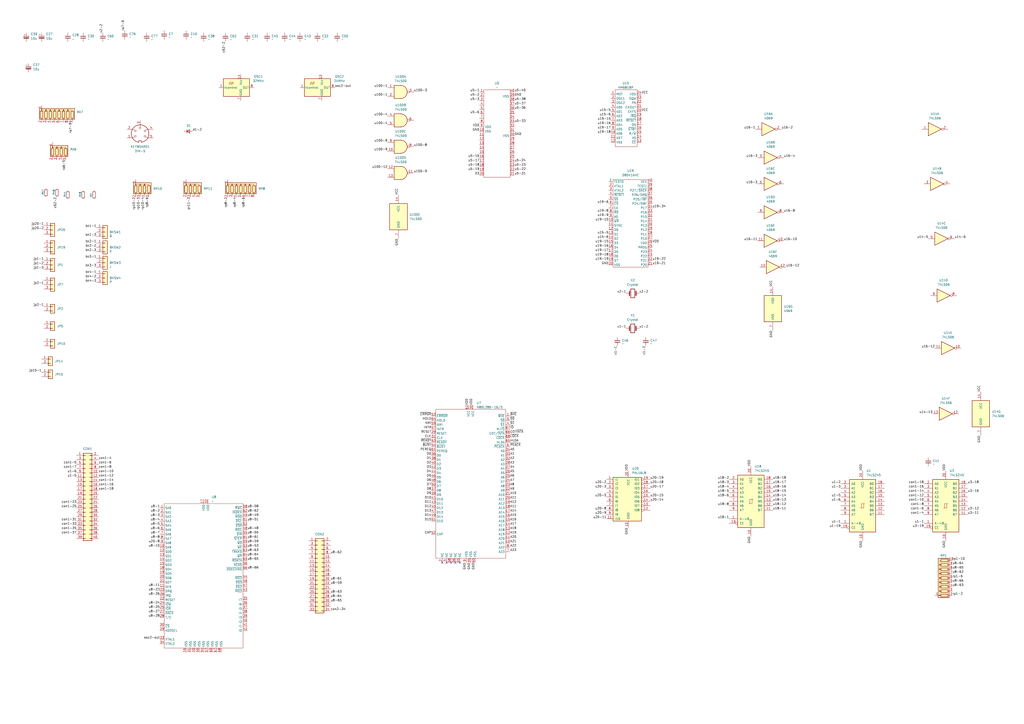
<source format=kicad_sch>
(kicad_sch (version 20250114) (generator "eeschema") (generator_version "9.0")
  (paper "A2")
  (no_connect (at 264.16 326.39))
  (no_connect (at 259.08 326.39))
  (no_connect (at 261.62 326.39))
  (no_connect (at 266.7 326.39))
  (no_connect (at 256.54 326.39))
  (label "con1-16" (at 57.15 281.94 0))
  (label "u8-4" (at 92.71 302.26 180))
  (label "u5-19" (at 278.13 99.06 180))
  (label "VDD" (at 378.46 140.97 0))
  (label "u5-18" (at 278.13 96.52 180))
  (label "u8-66" (at 552.45 337.82 0))
  (label "D14" (at 250.19 299.72 180))
  (label "u3-18" (at 561.34 280.67 0))
  (label "A17" (at 295.91 304.8 0))
  (label "u19-19" (at 353.06 151.13 180))
  (label "GND" (at 500.38 313.69 270))
  (label "bk3-3" (at 55.88 154.94 180))
  (label "u8-61" (at 143.51 312.42 0))
  (label "rp10-4" (at 83.82 114.3 270))
  (label "u5-22" (at 298.45 99.06 0))
  (label "A11" (at 295.91 294.64 0))
  (label "u16-12" (at 542.29 201.93 180))
  (label "u1-6" (at 44.45 274.32 180))
  (label "A21" (at 295.91 314.96 0))
  (label "A7" (at 295.91 279.4 0))
  (label "u19-10" (at 353.06 128.27 180))
  (label "x1-2" (at 374.65 200.66 270))
  (label "bk2-3" (at 55.88 146.05 180))
  (label "con1-4" (at 57.15 266.7 0))
  (label "u5-36" (at 298.45 63.5 0))
  (label "u16-11" (at 439.42 139.7 180))
  (label "u5-2" (at 278.13 55.88 180))
  (label "jp20-1" (at 25.4 130.81 180))
  (label "u8-26" (at 92.71 345.44 180))
  (label "PEREQ" (at 250.19 261.62 180))
  (label "u5-23" (at 298.45 96.52 0))
  (label "rp1-6" (at 552.45 335.28 0))
  (label "D11" (at 250.19 292.1 180))
  (label "A19" (at 295.91 309.88 0))
  (label "u19-8" (at 353.06 123.19 180))
  (label "u8-8" (at 92.71 312.42 180))
  (label "u8-5" (at 92.71 304.8 180))
  (label "rp10-3" (at 81.28 114.3 270))
  (label "u8-64" (at 143.51 322.58 0))
  (label "VDD" (at 548.64 273.05 90))
  (label "u8-51" (at 143.51 302.26 0))
  (label "A12" (at 295.91 292.1 0))
  (label "u16-3" (at 439.42 106.68 180))
  (label "u15-6" (at 354.33 67.31 180))
  (label "pr11-3" (at 110.49 114.3 270))
  (label "rp8-2" (at 132.08 114.3 270))
  (label "u8-62" (at 143.51 297.18 0))
  (label "GND" (at 231.14 138.43 270))
  (label "D4" (at 250.19 274.32 180))
  (label "u8-48" (at 143.51 307.34 0))
  (label "osc2-out" (at 194.31 50.8 0))
  (label "u18-8" (at 422.91 293.37 180))
  (label "u8-63" (at 143.51 320.04 0))
  (label "con1-18" (at 535.94 280.67 180))
  (label "GND" (at 278.13 76.2 180))
  (label "u18-2" (at 422.91 278.13 180))
  (label "con1-8" (at 57.15 271.78 0))
  (label "con2-34" (at 191.77 354.33 0))
  (label "bk2-1" (at 55.88 140.97 180))
  (label "u19-22" (at 378.46 151.13 0))
  (label "D2" (at 250.19 269.24 180))
  (label "con1-37" (at 44.45 309.88 180))
  (label "A15" (at 295.91 299.72 0))
  (label "A22" (at 295.91 317.5 0))
  (label "A5" (at 295.91 274.32 0))
  (label "GND" (at 364.49 306.07 270))
  (label "u3-12" (at 561.34 295.91 0))
  (label "u3-19" (at 535.94 306.07 180))
  (label "jp20-2" (at 25.4 133.35 180))
  (label "u14-5" (at 538.48 138.43 180))
  (label "jp1-1" (at 25.4 151.13 180))
  (label "u16-1" (at 438.15 74.93 180))
  (label "u8-25" (at 92.71 353.06 180))
  (label "u1-5" (at 487.68 288.29 180))
  (label "u100-3" (at 240.03 53.34 0))
  (label "u1-1" (at 535.94 303.53 180))
  (label "con1-12" (at 57.15 276.86 0))
  (label "con1-25" (at 44.45 294.64 180))
  (label "bk2-2" (at 55.88 143.51 180))
  (label "u14-6" (at 553.72 138.43 0))
  (label "u8-27" (at 92.71 355.6 180))
  (label "u18-1" (at 422.91 300.99 180))
  (label "bk3-1" (at 55.88 149.86 180))
  (label "u14-13" (at 541.02 240.03 180))
  (label "u20-8" (at 92.71 314.96 180))
  (label "u8-64" (at 552.45 327.66 0))
  (label "u100-9" (at 224.79 82.55 180))
  (label "ra7-9" (at 41.91 71.12 270))
  (label "con1-14" (at 57.15 279.4 0))
  (label "con1-18" (at 57.15 284.48 0))
  (label "u8-7" (at 92.71 309.88 180))
  (label "u19-15" (at 354.33 69.85 180))
  (label "u16-10" (at 454.66 139.7 0))
  (label "u3-16" (at 561.34 285.75 0))
  (label "u19-15" (at 353.06 140.97 180))
  (label "u18-16" (at 448.31 283.21 0))
  (label "A14" (at 295.91 297.18 0))
  (label "con1-4" (at 535.94 298.45 180))
  (label "u18-5" (at 422.91 285.75 180))
  (label "u18-6" (at 422.91 288.29 180))
  (label "~{BHE}" (at 295.91 241.3 0))
  (label "INTR" (at 250.19 248.92 180))
  (label "D13" (at 250.19 297.18 180))
  (label "VCC" (at 372.11 54.61 0))
  (label "u18-4" (at 422.91 283.21 180))
  (label "GND" (at 273.05 326.39 270))
  (label "u1-5" (at 44.45 276.86 180))
  (label "VDD" (at 274.32 234.95 90))
  (label "u8-63" (at 191.77 344.17 0))
  (label "D9" (at 250.19 287.02 180))
  (label "u100-4" (at 224.79 72.39 180))
  (label "GND" (at 448.31 191.77 270))
  (label "~{PEACK}" (at 295.91 259.08 0))
  (label "GND" (at 298.45 55.88 0))
  (label "u8-65" (at 552.45 330.2 0))
  (label "A1" (at 295.91 264.16 0))
  (label "con1-12" (at 535.94 288.29 180))
  (label "x2-1" (at 363.22 170.18 180))
  (label "u20-5" (at 351.79 288.29 180))
  (label "A3" (at 295.91 269.24 0))
  (label "u16-12" (at 455.93 154.94 0))
  (label "u19-9" (at 353.06 125.73 180))
  (label "D3" (at 250.19 271.78 180))
  (label "A9" (at 295.91 284.48 0))
  (label "u8-6" (at 92.71 307.34 180))
  (label "u19-16" (at 354.33 72.39 180))
  (label "VDD" (at 271.78 234.95 90))
  (label "u5-21" (at 298.45 101.6 0))
  (label "u18-12" (at 448.31 293.37 0))
  (label "~{READY}" (at 250.19 256.54 180))
  (label "VCC" (at 231.14 113.03 90))
  (label "u16-2" (at 453.39 74.93 0))
  (label "u8-1" (at 92.71 294.64 180))
  (label "con1-33" (at 44.45 304.8 180))
  (label "jp2-1" (at 25.4 165.1 180))
  (label "u19-18" (at 354.33 77.47 180))
  (label "D7" (at 250.19 281.94 180))
  (label "x2-2" (at 59.69 19.05 90))
  (label "u20-2" (at 351.79 280.67 180))
  (label "u100-12" (at 224.79 97.79 180))
  (label "bk1-3" (at 55.88 137.16 180))
  (label "u8-59" (at 191.77 339.09 0))
  (label "u20-17" (at 377.19 283.21 0))
  (label "c62-2" (at 130.81 24.13 270))
  (label "u100-8" (at 240.03 85.09 0))
  (label "u8-53" (at 143.51 317.5 0))
  (label "x2-2" (at 370.84 170.18 0))
  (label "VCC" (at 372.11 64.77 0))
  (label "con1-10" (at 57.15 274.32 0))
  (label "VDD" (at 278.13 73.66 180))
  (label "GND" (at 270.51 326.39 270))
  (label "u18-13" (at 448.31 290.83 0))
  (label "D1" (at 250.19 266.7 180))
  (label "u18-15" (at 448.31 285.75 0))
  (label "rp1-10" (at 552.45 325.12 0))
  (label "jp1-3" (at 25.4 156.21 180))
  (label "bk4-2" (at 55.88 161.29 180))
  (label "A0" (at 295.91 261.62 0))
  (label "u8-2" (at 92.71 297.18 180))
  (label "ra7-9" (at 72.39 17.78 90))
  (label "u1-2" (at 487.68 280.67 180))
  (label "jp1-2" (at 25.4 153.67 180))
  (label "u18-14" (at 448.31 288.29 0))
  (label "~{LOCK}" (at 295.91 254 0))
  (label "A2" (at 295.91 266.7 0))
  (label "VDD" (at 435.61 270.51 90))
  (label "bk1-1" (at 55.88 132.08 180))
  (label "u20-9" (at 351.79 298.45 180))
  (label "VCC" (at 448.31 166.37 90))
  (label "u16-3" (at 439.42 91.44 180))
  (label "u20-19" (at 377.19 278.13 0))
  (label "GND" (at 435.61 311.15 270))
  (label "~{IO}" (at 295.91 248.92 0))
  (label "u8-62" (at 552.45 332.74 0))
  (label "u8-3" (at 92.71 299.72 180))
  (label "NMI" (at 250.19 246.38 180))
  (label "bk4-1" (at 55.88 158.75 180))
  (label "A8" (at 295.91 281.94 0))
  (label "u5-6" (at 278.13 66.04 180))
  (label "u8-49" (at 143.51 299.72 0))
  (label "u5-33" (at 298.45 71.12 0))
  (label "GND" (at 275.59 326.39 270))
  (label "u100-1" (at 224.79 55.88 180))
  (label "~{ERROR}" (at 250.19 241.3 180))
  (label "CAP" (at 250.19 309.88 180))
  (label "con1-31" (at 44.45 302.26 180))
  (label "x1-1" (at 358.14 200.66 270))
  (label "GND" (at 298.45 78.74 0))
  (label "jp2-1" (at 25.4 177.8 180))
  (label "u8-58" (at 143.51 294.64 0))
  (label "VDD" (at 500.38 273.05 90))
  (label "u8-61" (at 191.77 336.55 0))
  (label "rp8-6" (at 86.36 114.3 270))
  (label "u20-3" (at 351.79 283.21 180))
  (label "u1-3" (at 487.68 283.21 180))
  (label "u19-18" (at 353.06 148.59 180))
  (label "~{S0}" (at 295.91 243.84 0))
  (label "u8-11" (at 92.71 340.36 180))
  (label "u5-38" (at 298.45 58.42 0))
  (label "con1-8" (at 535.94 293.37 180))
  (label "A6" (at 295.91 276.86 0))
  (label "D0" (at 250.19 264.16 180))
  (label "u1-6" (at 487.68 290.83 180))
  (label "u5-16" (at 278.13 91.44 180))
  (label "A23" (at 295.91 320.04 0))
  (label "u19-16" (at 353.06 143.51 180))
  (label "u19-34" (at 378.46 120.65 0))
  (label "osc2-out" (at 92.71 370.84 180))
  (label "u3-11" (at 561.34 298.45 0))
  (label "GND" (at 353.06 153.67 180))
  (label "con1-5" (at 44.45 269.24 180))
  (label "u8-10" (at 92.71 317.5 180))
  (label "D3" (at 278.13 101.6 180))
  (label "u20-15" (at 377.19 288.29 0))
  (label "u8-28" (at 92.71 358.14 180))
  (label "u19-6" (at 353.06 118.11 180))
  (label "u8-24" (at 92.71 350.52 180))
  (label "A11" (at 295.91 289.56 0))
  (label "u8-65" (at 191.77 349.25 0))
  (label "u100-9" (at 224.79 87.63 180))
  (label "u5-37" (at 298.45 60.96 0))
  (label "c62-2" (at 33.02 114.3 270))
  (label "u5-24" (at 298.45 93.98 0))
  (label "u8-62" (at 191.77 321.31 0))
  (label "u15-5" (at 354.33 64.77 180))
  (label "u8-64" (at 191.77 346.71 0))
  (label "u20-11" (at 351.79 300.99 180))
  (label "VCC" (at 568.96 227.33 90))
  (label "u1-19" (at 487.68 306.07 180))
  (label "D15" (at 250.19 302.26 180))
  (label "con1-10" (at 535.94 290.83 180))
  (label "u1-1" (at 487.68 303.53 180))
  (label "A16" (at 295.91 302.26 0))
  (label "u100-4" (at 224.79 67.31 180))
  (label "u100-1" (at 224.79 50.8 180))
  (label "rp1-2" (at 552.45 345.44 0))
  (label "u18-11" (at 448.31 295.91 0))
  (label "D6" (at 250.19 279.4 180))
  (label "u16-8" (at 454.66 123.19 0))
  (label "u5-3" (at 278.13 58.42 180))
  (label "u15-5" (at 353.06 135.89 180))
  (label "u8-23" (at 92.71 342.9 180))
  (label "~{BUSY}" (at 250.19 259.08 180))
  (label "u5-17" (at 278.13 93.98 180))
  (label "u8-65" (at 143.51 325.12 0))
  (label "con1-14" (at 535.94 285.75 180))
  (label "x1-1" (at 363.22 190.5 180))
  (label "COT~{INTA}" (at 295.91 251.46 0))
  (label "u20-18" (at 377.19 280.67 0))
  (label "D10" (at 250.19 289.56 180))
  (label "rp8-4" (at 137.16 114.3 270))
  (label "~{S1}" (at 295.91 246.38 0))
  (label "A20" (at 295.91 312.42 0))
  (label "ra6-5" (at 38.1 92.71 270))
  (label "con1-35" (at 44.45 307.34 180))
  (label "HLDA" (at 295.91 256.54 0))
  (label "u8-59" (at 143.51 314.96 0))
  (label "u18-3" (at 422.91 280.67 180))
  (label "u8-55" (at 143.51 309.88 0))
  (label "con1-7" (at 44.45 271.78 180))
  (label "rp8-6" (at 142.24 114.3 270))
  (label "u5-40" (at 298.45 53.34 0))
  (label "con1-6" (at 57.15 269.24 0))
  (label "D8" (at 250.19 284.48 180))
  (label "VDD" (at 364.49 273.05 90))
  (label "u18-17" (at 448.31 280.67 0))
  (label "rp10-2" (at 78.74 114.3 270))
  (label "u16-4" (at 454.66 91.44 0))
  (label "con1-6" (at 535.94 295.91 180))
  (label "u20-14" (at 377.19 290.83 0))
  (label "A18" (at 295.91 307.34 0))
  (label "con1-16" (at 535.94 283.21 180))
  (label "jp15-1" (at 24.13 215.9 180))
  (label "u18-18" (at 448.31 278.13 0))
  (label "RESET" (at 250.19 251.46 180))
  (label "u8-66" (at 143.51 330.2 0))
  (label "u8-63" (at 552.45 340.36 0))
  (label "GND" (at 568.96 252.73 270))
  (label "D5" (at 250.19 276.86 180))
  (label "u15-6" (at 353.06 138.43 180))
  (label "d1-2" (at 111.76 76.2 0))
  (label "GND" (at 548.64 313.69 270))
  (label "bk4-3" (at 55.88 163.83 180))
  (label "D12" (at 250.19 294.64 180))
  (label "CLK" (at 250.19 254 180))
  (label "x1-2" (at 370.84 190.5 0))
  (label "u5-1" (at 278.13 53.34 180))
  (label "u100-9" (at 240.03 100.33 0))
  (label "u19-21" (at 378.46 153.67 0))
  (label "A4" (at 295.91 271.78 0))
  (label "HOLD" (at 250.19 243.84 180))
  (label "con1-23" (at 44.45 292.1 180))
  (label "u20-8" (at 351.79 295.91 180))
  (label "A10" (at 295.91 287.02 0))
  (label "u19-17" (at 353.06 146.05 180))
  (label "u19-17" (at 354.33 74.93 180))
  (symbol (lib_id "Device:C_Small") (at 165.1 21.59 0) (unit 1)
    (property "Reference" "C44" (at 167.64 20.9612 0) (effects (justify left)))
    (property "Value" "~" (at 167.64 22.8663 0) (effects (justify left)))
    (property "Footprint" "Capacitor_THT:C_Disc_D4.3mm_W1.9mm_P5.00mm" (effects (hide yes)))
    (property "Description" "Unpolarized capacitor, small symbol" (effects (hide yes)))
  )
  (symbol (lib_id "Connector_Generic:Conn_01x03") (at 60.96 143.51 0) (unit 1)
    (property "Reference" "BKSW2" (at 63.5 143.5099 0) (effects (justify left)))
    (property "Value" "K" (at 63.5 145.796 0) (effects (justify left)))
    (property "Footprint" "Connector_PinHeader_2.54mm:PinHeader_1x03_P2.54mm_Vertical" (effects (hide yes)))
    (property "Description" "Generic connector, single row, 01x03, script generated (kicad-library-utils/schlib/autogen/connector/)" (effects (hide yes)))
  )
  (symbol (lib_id "74xx:74LS06") (at 568.96 240.03 0) (unit 7)
    (property "Reference" "U14" (at 575.31 238.7599 0) (effects (justify left)))
    (property "Value" "74LS06" (at 575.31 241.2999 0) (effects (justify left)))
    (property "Footprint" "Package_DIP:DIP-14_W7.62mm" (effects (hide yes)))
    (property "Datasheet" "http://www.ti.com/lit/gpn/sn74LS06" (effects (hide yes)))
    (property "Description" "Inverter Open Collect" (effects (hide yes)))
  )
  (symbol (lib_id "74xx:74LS00") (at 231.14 125.73 0) (unit 5)
    (property "Reference" "U100" (at 237.49 124.4599 0) (effects (justify left)))
    (property "Value" "74LS00" (at 237.49 126.9999 0) (effects (justify left)))
    (property "Footprint" "Package_DIP:DIP-14_W7.62mm" (effects (hide yes)))
    (property "Datasheet" "http://www.ti.com/lit/gpn/sn74ls00" (effects (hide yes)))
    (property "Description" "quad 2-input NAND gate" (effects (hide yes)))
  )
  (symbol (lib_id "Device:R_Network07") (at 139.7 109.22 0) (unit 1)
    (property "Reference" "RP8" (at 149.86 109.4739 0) (effects (justify left)))
    (property "Value" "R_Network07" (effects (hide yes)))
    (property "Footprint" "Resistor_THT:R_Array_SIP8" (effects (hide yes)))
    (property "Datasheet" "http://www.vishay.com/docs/31509/csc.pdf" (effects (hide yes)))
    (property "Description" "7 resistor network, star topology, bussed resistors, small symbol" (effects (hide yes)))
  )
  (symbol (lib_id "4xxx:4069") (at 448.31 154.94 0) (unit 6)
    (property "Reference" "U16" (at 448.31 146.05 0))
    (property "Value" "4069" (at 448.31 148.59 0))
    (property "Footprint" "Package_DIP:DIP-14_W7.62mm" (effects (hide yes)))
    (property "Datasheet" "http://www.intersil.com/content/dam/Intersil/documents/cd40/cd4069ubms.pdf" (effects (hide yes)))
    (property "Description" "Hex inverter" (effects (hide yes)))
  )
  (symbol (lib_id "Device:C_Small") (at 143.51 21.59 0) (unit 1)
    (property "Reference" "C31" (at 146.05 20.9612 0) (effects (justify left)))
    (property "Value" "~" (at 146.05 22.8663 0) (effects (justify left)))
    (property "Footprint" "Capacitor_THT:C_Disc_D4.3mm_W1.9mm_P5.00mm" (effects (hide yes)))
    (property "Description" "Unpolarized capacitor, small symbol" (effects (hide yes)))
  )
  (symbol (lib_id "Connector_Generic:Conn_01x03") (at 60.96 152.4 0) (unit 1)
    (property "Reference" "BKSW3" (at 63.5 152.3999 0) (effects (justify left)))
    (property "Value" "J" (at 63.5 154.686 0) (effects (justify left)))
    (property "Footprint" "Connector_PinHeader_2.54mm:PinHeader_1x03_P2.54mm_Vertical" (effects (hide yes)))
    (property "Description" "Generic connector, single row, 01x03, script generated (kicad-library-utils/schlib/autogen/connector/)" (effects (hide yes)))
  )
  (symbol (lib_id "Device:R_Network04") (at 83.82 109.22 0) (unit 1)
    (property "Reference" "RP10" (at 88.9 109.4739 0) (effects (justify left)))
    (property "Value" "R_Network04" (effects (hide yes)))
    (property "Footprint" "Resistor_THT:R_Array_SIP5" (effects (hide yes)))
    (property "Datasheet" "http://www.vishay.com/docs/31509/csc.pdf" (effects (hide yes)))
    (property "Description" "4 resistor network, star topology, bussed resistors, small symbol" (effects (hide yes)))
  )
  (symbol (lib_id "Device:C_Small") (at 107.95 20.32 0) (unit 1)
    (property "Reference" "C40" (at 110.49 19.6912 0) (effects (justify left)))
    (property "Value" "~" (at 110.49 21.5963 0) (effects (justify left)))
    (property "Footprint" "Capacitor_THT:C_Disc_D4.3mm_W1.9mm_P5.00mm" (effects (hide yes)))
    (property "Description" "Unpolarized capacitor, small symbol" (effects (hide yes)))
  )
  (symbol (lib_id "_mine_d:MCS2301") (at 119.38 299.72 0) (unit 1)
    (property "Reference" "U8" (at 122.7933 288.29 0) (effects (justify left)))
    (property "Value" "~" (at 122.7933 290.83 0) (effects (justify left)))
    (property "Footprint" "Package_LCC:PLCC-68" (effects (hide yes)))
  )
  (symbol (lib_id "Connector_Generic:Conn_01x03") (at 60.96 161.29 0) (unit 1)
    (property "Reference" "BKSW4" (at 63.5 161.2899 0) (effects (justify left)))
    (property "Value" "P" (at 63.5 163.576 0) (effects (justify left)))
    (property "Footprint" "Connector_PinHeader_2.54mm:PinHeader_1x03_P2.54mm_Vertical" (effects (hide yes)))
    (property "Description" "Generic connector, single row, 01x03, script generated (kicad-library-utils/schlib/autogen/connector/)" (effects (hide yes)))
  )
  (symbol (lib_id "74xx:74LS06") (at 548.64 240.03 0) (unit 6)
    (property "Reference" "U14" (at 548.64 231.14 0))
    (property "Value" "74LS06" (at 548.64 233.68 0))
    (property "Footprint" "Package_DIP:DIP-14_W7.62mm" (effects (hide yes)))
    (property "Datasheet" "http://www.ti.com/lit/gpn/sn74LS06" (effects (hide yes)))
    (property "Description" "Inverter Open Collect" (effects (hide yes)))
  )
  (symbol (lib_id "Device:C_Small") (at 374.65 198.12 0) (unit 1)
    (property "Reference" "C47" (at 377.19 197.4912 0) (effects (justify left)))
    (property "Value" "~" (at 377.19 199.3963 0) (effects (justify left)))
    (property "Footprint" "Capacitor_THT:C_Disc_D4.3mm_W1.9mm_P5.00mm" (effects (hide yes)))
    (property "Description" "Unpolarized capacitor, small symbol" (effects (hide yes)))
  )
  (symbol (lib_id "74xx:74LS00") (at 232.41 85.09 0) (unit 3)
    (property "Reference" "U100" (at 232.4017 76.2 0))
    (property "Value" "74LS00" (at 232.4017 78.74 0))
    (property "Footprint" "Package_DIP:DIP-14_W7.62mm" (effects (hide yes)))
    (property "Datasheet" "http://www.ti.com/lit/gpn/sn74ls00" (effects (hide yes)))
    (property "Description" "quad 2-input NAND gate" (effects (hide yes)))
  )
  (symbol (lib_id "Device:C_Small") (at 358.14 198.12 0) (unit 1)
    (property "Reference" "C46" (at 360.68 197.4912 0) (effects (justify left)))
    (property "Value" "~" (at 360.68 199.3963 0) (effects (justify left)))
    (property "Footprint" "Capacitor_THT:C_Disc_D4.3mm_W1.9mm_P5.00mm" (effects (hide yes)))
    (property "Description" "Unpolarized capacitor, small symbol" (effects (hide yes)))
  )
  (symbol (lib_id "Device:C_Small") (at 39.37 21.59 0) (unit 1)
    (property "Reference" "C28" (at 41.91 20.3262 0) (effects (justify left)))
    (property "Value" "~" (at 41.91 22.8662 0) (effects (justify left)))
    (property "Footprint" "Capacitor_THT:C_Disc_D4.3mm_W1.9mm_P5.00mm" (effects (hide yes)))
    (property "Description" "Unpolarized capacitor, small symbol" (effects (hide yes)))
  )
  (symbol (lib_id "74xx:74LS00") (at 232.41 100.33 0) (unit 4)
    (property "Reference" "U100" (at 232.4017 91.44 0))
    (property "Value" "74LS00" (at 232.4017 93.98 0))
    (property "Footprint" "Package_DIP:DIP-14_W7.62mm" (effects (hide yes)))
    (property "Datasheet" "http://www.ti.com/lit/gpn/sn74ls00" (effects (hide yes)))
    (property "Description" "quad 2-input NAND gate" (effects (hide yes)))
  )
  (symbol (lib_id "_mine_d:N80L286") (at 270.51 262.89 0) (unit 1)
    (property "Reference" "U7" (at 276.4633 233.68 0) (effects (justify left)))
    (property "Value" "N80L286-16/S" (at 276.4633 236.22 0) (effects (justify left)))
    (property "Footprint" "_mine:PLCC-68_from_1" (effects (hide yes)))
  )
  (symbol (lib_id "74xx:74LS06") (at 546.1 138.43 0) (unit 3)
    (property "Reference" "U14" (at 546.1 129.54 0))
    (property "Value" "74LS06" (at 546.1 132.08 0))
    (property "Footprint" "Package_DIP:DIP-14_W7.62mm" (effects (hide yes)))
    (property "Datasheet" "http://www.ti.com/lit/gpn/sn74LS06" (effects (hide yes)))
    (property "Description" "Inverter Open Collect" (effects (hide yes)))
  )
  (symbol (lib_id "74xx:74LS245") (at 500.38 293.37 0) (unit 1)
    (property "Reference" "U1" (at 502.5233 273.05 0) (effects (justify left)))
    (property "Value" "74LS245" (at 502.5233 275.59 0) (effects (justify left)))
    (property "Footprint" "Package_DIP:DIP-20_W7.62mm" (effects (hide yes)))
    (property "Datasheet" "http://www.ti.com/lit/gpn/sn74LS245" (effects (hide yes)))
    (property "Description" "Octal BUS Transceivers, 3-State outputs" (effects (hide yes)))
  )
  (symbol (lib_id "74xx:74LS00") (at 232.41 69.85 0) (unit 2)
    (property "Reference" "U100" (at 232.4017 60.96 0))
    (property "Value" "74LS00" (at 232.4017 63.5 0))
    (property "Footprint" "Package_DIP:DIP-14_W7.62mm" (effects (hide yes)))
    (property "Datasheet" "http://www.ti.com/lit/gpn/sn74ls00" (effects (hide yes)))
    (property "Description" "quad 2-input NAND gate" (effects (hide yes)))
  )
  (symbol (lib_id "74xx:74LS06") (at 549.91 201.93 0) (unit 5)
    (property "Reference" "U14" (at 549.91 193.04 0))
    (property "Value" "74LS06" (at 549.91 195.58 0))
    (property "Footprint" "Package_DIP:DIP-14_W7.62mm" (effects (hide yes)))
    (property "Datasheet" "http://www.ti.com/lit/gpn/sn74LS06" (effects (hide yes)))
    (property "Description" "Inverter Open Collect" (effects (hide yes)))
  )
  (symbol (lib_id "Device:R_Small") (at 48.26 113.03 0) (unit 1)
    (property "Reference" "R18" (at 46.482 114.3 90) (effects (font (size 1.016 1.016)) (justify left)))
    (property "Value" "R_Small" (effects (hide yes)))
    (property "Footprint" "Resistor_THT:R_Axial_DIN0204_L3.6mm_D1.6mm_P5.08mm_Horizontal" (effects (hide yes)))
    (property "Description" "Resistor, small symbol" (effects (hide yes)))
  )
  (symbol (lib_id "Connector_Generic:Conn_01x03") (at 30.48 143.51 0) (unit 1)
    (property "Reference" "JP19" (at 33.02 143.5099 0) (effects (justify left)))
    (property "Value" "Conn_01x03" (effects (hide yes)))
    (property "Footprint" "Connector_PinHeader_2.54mm:PinHeader_1x03_P2.54mm_Vertical" (effects (hide yes)))
    (property "Description" "Generic connector, single row, 01x03, script generated (kicad-library-utils/schlib/autogen/connector/)" (effects (hide yes)))
  )
  (symbol (lib_id "4xxx:4069") (at 445.77 74.93 0) (unit 1)
    (property "Reference" "U16" (at 445.77 66.04 0))
    (property "Value" "4069" (at 445.77 68.58 0))
    (property "Footprint" "Package_DIP:DIP-14_W7.62mm" (effects (hide yes)))
    (property "Datasheet" "http://www.intersil.com/content/dam/Intersil/documents/cd40/cd4069ubms.pdf" (effects (hide yes)))
    (property "Description" "Hex inverter" (effects (hide yes)))
  )
  (symbol (lib_id "Device:R_Network04") (at 113.03 109.22 0) (unit 1)
    (property "Reference" "RP11" (at 118.11 109.4739 0) (effects (justify left)))
    (property "Value" "R_Network04" (effects (hide yes)))
    (property "Footprint" "Resistor_THT:R_Array_SIP5" (effects (hide yes)))
    (property "Datasheet" "http://www.vishay.com/docs/31509/csc.pdf" (effects (hide yes)))
    (property "Description" "4 resistor network, star topology, bussed resistors, small symbol" (effects (hide yes)))
  )
  (symbol (lib_id "Device:R_Small") (at 39.37 113.03 0) (unit 1)
    (property "Reference" "R44" (at 37.592 114.3 90) (effects (font (size 1.016 1.016)) (justify left)))
    (property "Value" "R_Small" (effects (hide yes)))
    (property "Footprint" "_mine:R_Axial_L3.6mm_D1.6mm_P4.5mm_Horizontal" (effects (hide yes)))
    (property "Description" "Resistor, small symbol" (effects (hide yes)))
  )
  (symbol (lib_id "Device:C_Small") (at 48.26 21.59 0) (unit 1)
    (property "Reference" "C30" (at 50.8 20.9612 0) (effects (justify left)))
    (property "Value" "~" (at 50.8 22.8663 0) (effects (justify left)))
    (property "Footprint" "Capacitor_THT:C_Disc_D4.3mm_W1.9mm_P5.00mm" (effects (hide yes)))
    (property "Description" "Unpolarized capacitor, small symbol" (effects (hide yes)))
  )
  (symbol (lib_id "74xx:74LS06") (at 543.56 106.68 0) (unit 2)
    (property "Reference" "U14" (at 543.56 97.79 0))
    (property "Value" "74LS06" (at 543.56 100.33 0))
    (property "Footprint" "Package_DIP:DIP-14_W7.62mm" (effects (hide yes)))
    (property "Datasheet" "http://www.ti.com/lit/gpn/sn74LS06" (effects (hide yes)))
    (property "Description" "Inverter Open Collect" (effects (hide yes)))
  )
  (symbol (lib_id "Device:C_Polarized_Small") (at 24.13 21.59 0) (unit 1)
    (property "Reference" "C27" (at 26.67 19.7738 0) (effects (justify left)))
    (property "Value" "10u" (at 26.67 22.3138 0) (effects (justify left)))
    (property "Footprint" "Capacitor_THT:CP_Radial_D5.0mm_P2.50mm" (effects (hide yes)))
    (property "Description" "Polarized capacitor, small symbol" (effects (hide yes)))
  )
  (symbol (lib_id "74xx:74LS245") (at 548.64 293.37 0) (unit 1)
    (property "Reference" "U3" (at 550.7833 273.05 0) (effects (justify left)))
    (property "Value" "74LS245" (at 550.7833 275.59 0) (effects (justify left)))
    (property "Footprint" "Package_DIP:DIP-20_W7.62mm" (effects (hide yes)))
    (property "Datasheet" "http://www.ti.com/lit/gpn/sn74LS245" (effects (hide yes)))
    (property "Description" "Octal BUS Transceivers, 3-State outputs" (effects (hide yes)))
  )
  (symbol (lib_id "Device:C_Small") (at 184.15 21.59 0) (unit 1)
    (property "Reference" "C32" (at 186.69 20.9612 0) (effects (justify left)))
    (property "Value" "~" (at 186.69 22.8663 0) (effects (justify left)))
    (property "Footprint" "Capacitor_THT:C_Disc_D4.3mm_W1.9mm_P5.00mm" (effects (hide yes)))
    (property "Description" "Unpolarized capacitor, small symbol" (effects (hide yes)))
  )
  (symbol (lib_id "Device:C_Small") (at 173.99 21.59 0) (unit 1)
    (property "Reference" "C43" (at 176.53 20.9612 0) (effects (justify left)))
    (property "Value" "~" (at 176.53 22.8663 0) (effects (justify left)))
    (property "Footprint" "Capacitor_THT:C_Disc_D4.3mm_W1.9mm_P5.00mm" (effects (hide yes)))
    (property "Description" "Unpolarized capacitor, small symbol" (effects (hide yes)))
  )
  (symbol (lib_id "Device:C_Polarized_Small") (at 16.51 39.37 0) (unit 1)
    (property "Reference" "C37" (at 19.05 37.5538 0) (effects (justify left)))
    (property "Value" "10u" (at 19.05 40.0938 0) (effects (justify left)))
    (property "Footprint" "Capacitor_THT:CP_Radial_D5.0mm_P2.50mm" (effects (hide yes)))
    (property "Description" "Polarized capacitor, small symbol" (effects (hide yes)))
  )
  (symbol (lib_id "Device:C_Small") (at 95.25 20.32 0) (unit 1)
    (property "Reference" "C7" (at 97.79 19.6912 0) (effects (justify left)))
    (property "Value" "~" (at 97.79 21.5963 0) (effects (justify left)))
    (property "Footprint" "Capacitor_THT:C_Disc_D4.3mm_W1.9mm_P5.00mm" (effects (hide yes)))
    (property "Description" "Unpolarized capacitor, small symbol" (effects (hide yes)))
  )
  (symbol (lib_id "_mine_d:HM6818") (at 364.49 67.31 0) (unit 1)
    (property "Reference" "U15" (at 362.966 48.26 0))
    (property "Value" "HM6818P" (at 362.966 50.8 0))
    (property "Footprint" "Package_DIP:DIP-24_W15.24mm_Socket" (effects (hide yes)))
  )
  (symbol (lib_id "Device:R_Small") (at 26.67 111.76 0) (unit 1)
    (property "Reference" "R57" (at 24.892 113.03 90) (effects (font (size 1.016 1.016)) (justify left)))
    (property "Value" "R_Small" (effects (hide yes)))
    (property "Footprint" "_mine:R_Axial_L3.6mm_D1.6mm_P4.5mm_Horizontal" (effects (hide yes)))
    (property "Description" "Resistor, small symbol" (effects (hide yes)))
  )
  (symbol (lib_id "Device:Crystal") (at 367.03 170.18 0) (unit 1)
    (property "Reference" "X2" (at 367.03 162.56 0))
    (property "Value" "Crystal" (at 367.03 165.1 0))
    (property "Footprint" "Crystal:Crystal_AT310_D3.0mm_L10.0mm_Horizontal" (effects (hide yes)))
    (property "Description" "Two pin crystal" (effects (hide yes)))
  )
  (symbol (lib_id "Connector_Generic:Conn_01x03") (at 60.96 134.62 0) (unit 1)
    (property "Reference" "BKSW1" (at 63.5 134.6199 0) (effects (justify left)))
    (property "Value" "B" (at 63.5 136.906 0) (effects (justify left)))
    (property "Footprint" "Connector_PinHeader_2.54mm:PinHeader_1x03_P2.54mm_Vertical" (effects (hide yes)))
    (property "Description" "Generic connector, single row, 01x03, script generated (kicad-library-utils/schlib/autogen/connector/)" (effects (hide yes)))
  )
  (symbol (lib_id "Logic_Programmable:PAL16L8") (at 364.49 290.83 0) (unit 1)
    (property "Reference" "U20" (at 366.6333 271.78 0) (effects (justify left)))
    (property "Value" "PAL16L8" (at 366.6333 274.32 0) (effects (justify left)))
    (property "Footprint" "Package_DIP:DIP-20_W7.62mm" (effects (hide yes)))
    (property "Description" "Programmable Logic Array, DIP-20" (effects (hide yes)))
  )
  (symbol (lib_id "Device:Crystal") (at 367.03 190.5 0) (unit 1)
    (property "Reference" "X1" (at 367.03 182.88 0))
    (property "Value" "Crystal" (at 367.03 185.42 0))
    (property "Footprint" "Crystal:Crystal_HC50_Horizontal" (effects (hide yes)))
    (property "Description" "Two pin crystal" (effects (hide yes)))
  )
  (symbol (lib_id "Device:C_Small") (at 154.94 21.59 0) (unit 1)
    (property "Reference" "C45" (at 157.48 20.9612 0) (effects (justify left)))
    (property "Value" "~" (at 157.48 22.8663 0) (effects (justify left)))
    (property "Footprint" "Capacitor_THT:C_Disc_D4.3mm_W1.9mm_P5.00mm" (effects (hide yes)))
    (property "Description" "Unpolarized capacitor, small symbol" (effects (hide yes)))
  )
  (symbol (lib_id "74xx:74LS245") (at 435.61 290.83 0) (unit 1)
    (property "Reference" "U18" (at 437.7533 270.51 0) (effects (justify left)))
    (property "Value" "74LS245" (at 437.7533 273.05 0) (effects (justify left)))
    (property "Footprint" "Package_DIP:DIP-20_W7.62mm" (effects (hide yes)))
    (property "Datasheet" "http://www.ti.com/lit/gpn/sn74LS245" (effects (hide yes)))
    (property "Description" "Octal BUS Transceivers, 3-State outputs" (effects (hide yes)))
  )
  (symbol (lib_id "4xxx:4069") (at 447.04 123.19 0) (unit 4)
    (property "Reference" "U16" (at 447.04 114.3 0))
    (property "Value" "4069" (at 447.04 116.84 0))
    (property "Footprint" "Package_DIP:DIP-14_W7.62mm" (effects (hide yes)))
    (property "Datasheet" "http://www.intersil.com/content/dam/Intersil/documents/cd40/cd4069ubms.pdf" (effects (hide yes)))
    (property "Description" "Hex inverter" (effects (hide yes)))
  )
  (symbol (lib_id "Device:C_Small") (at 195.58 21.59 0) (unit 1)
    (property "Reference" "C50" (at 198.12 20.9612 0) (effects (justify left)))
    (property "Value" "~" (at 198.12 22.8663 0) (effects (justify left)))
    (property "Footprint" "Capacitor_THT:C_Disc_D4.3mm_W1.9mm_P5.00mm" (effects (hide yes)))
    (property "Description" "Unpolarized capacitor, small symbol" (effects (hide yes)))
  )
  (symbol (lib_id "Device:R_Small") (at 33.02 111.76 0) (unit 1)
    (property "Reference" "R48" (at 31.242 113.03 90) (effects (font (size 1.016 1.016)) (justify left)))
    (property "Value" "R_Small" (effects (hide yes)))
    (property "Footprint" "_mine:R_Axial_L3.6mm_D1.6mm_P4.5mm_Horizontal" (effects (hide yes)))
    (property "Description" "Resistor, small symbol" (effects (hide yes)))
  )
  (symbol (lib_id "Connector_Generic:Conn_02x20_Odd_Even") (at 49.53 287.02 0) (unit 1)
    (property "Reference" "CON1" (at 50.8 260.35 0))
    (property "Value" "Conn_02x20_Odd_Even" (effects (hide yes)))
    (property "Footprint" "Connector_PinHeader_2.54mm:PinHeader_2x20_P2.54mm_Vertical" (effects (hide yes)))
    (property "Description" "Generic connector, double row, 02x20, odd/even pin numbering scheme (row 1 odd numbers, row 2 even numbers), script generated (kicad-library-utils/schlib/autogen/connector/)" (effects (hide yes)))
  )
  (symbol (lib_id "4xxx:4069") (at 447.04 139.7 0) (unit 5)
    (property "Reference" "U16" (at 447.04 130.81 0))
    (property "Value" "4069" (at 447.04 133.35 0))
    (property "Footprint" "Package_DIP:DIP-14_W7.62mm" (effects (hide yes)))
    (property "Datasheet" "http://www.intersil.com/content/dam/Intersil/documents/cd40/cd4069ubms.pdf" (effects (hide yes)))
    (property "Description" "Hex inverter" (effects (hide yes)))
  )
  (symbol (lib_id "Connector_Generic:Conn_01x02") (at 29.21 208.28 0) (unit 1)
    (property "Reference" "JP14" (at 31.75 209.5499 0) (effects (justify left)))
    (property "Value" "Conn_01x02" (effects (hide yes)))
    (property "Footprint" "Connector_PinSocket_2.54mm:PinSocket_1x02_P2.54mm_Vertical" (effects (hide yes)))
    (property "Description" "Generic connector, single row, 01x02, script generated (kicad-library-utils/schlib/autogen/connector/)" (effects (hide yes)))
  )
  (symbol (lib_id "Oscillator:OCXO-14") (at 139.7 50.8 0) (unit 1)
    (property "Reference" "OSC1" (at 149.86 44.3798 0))
    (property "Value" "32MHz" (at 149.86 46.9198 0))
    (property "Footprint" "Oscillator:Oscillator_DIP-14" (effects (hide yes)))
    (property "Datasheet" "http://www.petermann-technik.de/fileadmin/petermann/pdf/crystal-oscillators/OCXO-14_PETERMANN-TECHNIK.pdf" (effects (hide yes)))
    (property "Description" "Voltage-Controlled Crystal Clock Oscillator, DIP14-style metal package" (effects (hide yes)))
  )
  (symbol (lib_id "4xxx:4069") (at 448.31 179.07 0) (unit 7)
    (property "Reference" "U16" (at 454.66 177.7999 0) (effects (justify left)))
    (property "Value" "4069" (at 454.66 180.3399 0) (effects (justify left)))
    (property "Footprint" "Package_DIP:DIP-14_W7.62mm" (effects (hide yes)))
    (property "Datasheet" "http://www.intersil.com/content/dam/Intersil/documents/cd40/cd4069ubms.pdf" (effects (hide yes)))
    (property "Description" "Hex inverter" (effects (hide yes)))
  )
  (symbol (lib_id "Connector_Generic:Conn_01x03") (at 30.48 133.35 0) (unit 1)
    (property "Reference" "JP20" (at 33.02 133.3499 0) (effects (justify left)))
    (property "Value" "Conn_01x03" (effects (hide yes)))
    (property "Footprint" "Connector_PinHeader_2.54mm:PinHeader_1x03_P2.54mm_Vertical" (effects (hide yes)))
    (property "Description" "Generic connector, single row, 01x03, script generated (kicad-library-utils/schlib/autogen/connector/)" (effects (hide yes)))
  )
  (symbol (lib_id "Oscillator:OCXO-14") (at 186.69 50.8 0) (unit 1)
    (property "Reference" "OSC2" (at 196.85 44.3798 0))
    (property "Value" "24MHz" (at 196.85 46.9198 0))
    (property "Footprint" "Oscillator:Oscillator_DIP-14" (effects (hide yes)))
    (property "Datasheet" "http://www.petermann-technik.de/fileadmin/petermann/pdf/crystal-oscillators/OCXO-14_PETERMANN-TECHNIK.pdf" (effects (hide yes)))
    (property "Description" "Voltage-Controlled Crystal Clock Oscillator, DIP14-style metal package" (effects (hide yes)))
  )
  (symbol (lib_id "Device:C_Small") (at 59.69 21.59 0) (unit 1)
    (property "Reference" "C60" (at 62.23 20.9612 0) (effects (justify left)))
    (property "Value" "~" (at 62.23 22.8663 0) (effects (justify left)))
    (property "Footprint" "Capacitor_THT:C_Disc_D4.3mm_W1.9mm_P5.00mm" (effects (hide yes)))
    (property "Description" "Unpolarized capacitor, small symbol" (effects (hide yes)))
  )
  (symbol (lib_id "4xxx:4069") (at 447.04 91.44 0) (unit 2)
    (property "Reference" "U16" (at 447.04 82.55 0))
    (property "Value" "4069" (at 447.04 85.09 0))
    (property "Footprint" "Package_DIP:DIP-14_W7.62mm" (effects (hide yes)))
    (property "Datasheet" "http://www.intersil.com/content/dam/Intersil/documents/cd40/cd4069ubms.pdf" (effects (hide yes)))
    (property "Description" "Hex inverter" (effects (hide yes)))
  )
  (symbol (lib_id "_mine_d:D8041AHC") (at 365.76 127 0) (unit 1)
    (property "Reference" "U19" (at 365.76 99.06 0))
    (property "Value" "D8041AHC" (at 365.76 101.6 0))
    (property "Footprint" "_mine:DIP-40_W15.24mm_Socket_small_pad" (effects (hide yes)))
  )
  (symbol (lib_id "Connector:DIN-5") (at 81.28 77.47 0) (unit 1)
    (property "Reference" "KEYBOARD1" (at 81.28 85.09 0))
    (property "Value" "DIN-5" (at 81.28 87.63 0))
    (property "Datasheet" "http://www.mouser.com/ds/2/18/40_c091_abd_e-75918.pdf" (effects (hide yes)))
    (property "Description" "5-pin DIN connector" (effects (hide yes)))
  )
  (symbol (lib_id "Device:D_Small") (at 109.22 76.2 0) (unit 1)
    (property "Reference" "D1" (at 109.474 72.898 0))
    (property "Value" "D_Small" (effects (hide yes)))
    (property "Footprint" "Diode_THT:D_A-405_P10.16mm_Horizontal" (effects (hide yes)))
    (property "Description" "Diode, small symbol" (effects (hide yes)))
    (property "Sim.Device" "D" (effects (hide yes)))
    (property "Sim.Pins" "1=K 2=A" (effects (hide yes)))
  )
  (symbol (lib_id "Connector_Generic:Conn_01x02") (at 30.48 187.96 0) (unit 1)
    (property "Reference" "JP5" (at 33.02 189.2299 0) (effects (justify left)))
    (property "Value" "Conn_01x02" (effects (hide yes)))
    (property "Footprint" "Connector_PinSocket_2.54mm:PinSocket_1x02_P2.54mm_Vertical" (effects (hide yes)))
    (property "Description" "Generic connector, single row, 01x02, script generated (kicad-library-utils/schlib/autogen/connector/)" (effects (hide yes)))
  )
  (symbol (lib_id "Connector_Generic:Conn_01x03") (at 30.48 153.67 0) (unit 1)
    (property "Reference" "JP1" (at 33.02 153.6699 0) (effects (justify left)))
    (property "Value" "Conn_01x03" (effects (hide yes)))
    (property "Footprint" "Connector_PinHeader_2.54mm:PinHeader_1x03_P2.54mm_Vertical" (effects (hide yes)))
    (property "Description" "Generic connector, single row, 01x03, script generated (kicad-library-utils/schlib/autogen/connector/)" (effects (hide yes)))
  )
  (symbol (lib_id "Connector_Generic:Conn_01x02") (at 29.21 215.9 0) (unit 1)
    (property "Reference" "JP15" (at 31.75 217.1699 0) (effects (justify left)))
    (property "Value" "Conn_01x02" (effects (hide yes)))
    (property "Footprint" "Connector_PinSocket_2.54mm:PinSocket_1x02_P2.54mm_Vertical" (effects (hide yes)))
    (property "Description" "Generic connector, single row, 01x02, script generated (kicad-library-utils/schlib/autogen/connector/)" (effects (hide yes)))
  )
  (symbol (lib_id "Connector_Generic:Conn_01x02") (at 30.48 198.12 0) (unit 1)
    (property "Reference" "JP10" (at 33.02 199.3899 0) (effects (justify left)))
    (property "Value" "Conn_01x02" (effects (hide yes)))
    (property "Footprint" "Connector_PinSocket_2.54mm:PinSocket_1x02_P2.54mm_Vertical" (effects (hide yes)))
    (property "Description" "Generic connector, single row, 01x02, script generated (kicad-library-utils/schlib/autogen/connector/)" (effects (hide yes)))
  )
  (symbol (lib_id "Device:R_Network04") (at 35.56 87.63 0) (unit 1)
    (property "Reference" "RA6" (at 40.64 86.6139 0) (effects (justify left)))
    (property "Value" "R_Network04" (effects (hide yes)))
    (property "Footprint" "Resistor_THT:R_Array_SIP5" (effects (hide yes)))
    (property "Datasheet" "http://www.vishay.com/docs/31509/csc.pdf" (effects (hide yes)))
    (property "Description" "4 resistor network, star topology, bussed resistors, small symbol" (effects (hide yes)))
  )
  (symbol (lib_id "74xx:74LS06") (at 542.29 74.93 0) (unit 1)
    (property "Reference" "U14" (at 542.29 66.04 0))
    (property "Value" "74LS06" (at 542.29 68.58 0))
    (property "Footprint" "Package_DIP:DIP-14_W7.62mm" (effects (hide yes)))
    (property "Datasheet" "http://www.ti.com/lit/gpn/sn74LS06" (effects (hide yes)))
    (property "Description" "Inverter Open Collect" (effects (hide yes)))
  )
  (symbol (lib_id "Device:C_Polarized_Small") (at 15.24 21.59 0) (unit 1)
    (property "Reference" "C39" (at 17.78 19.7738 0) (effects (justify left)))
    (property "Value" "10u" (at 17.78 22.3138 0) (effects (justify left)))
    (property "Footprint" "Capacitor_THT:CP_Radial_D5.0mm_P2.50mm" (effects (hide yes)))
    (property "Description" "Polarized capacitor, small symbol" (effects (hide yes)))
  )
  (symbol (lib_id "Connector_Generic:Conn_01x02") (at 30.48 177.8 0) (unit 1)
    (property "Reference" "JP2" (at 33.02 179.0699 0) (effects (justify left)))
    (property "Value" "Conn_01x02" (effects (hide yes)))
    (property "Footprint" "Connector_PinSocket_2.54mm:PinSocket_1x02_P2.54mm_Vertical" (effects (hide yes)))
    (property "Description" "Generic connector, single row, 01x02, script generated (kicad-library-utils/schlib/autogen/connector/)" (effects (hide yes)))
  )
  (symbol (lib_id "Connector_Generic:Conn_01x03") (at 30.48 165.1 0) (unit 1)
    (property "Reference" "JP7" (at 33.02 165.0999 0) (effects (justify left)))
    (property "Value" "Conn_01x03" (effects (hide yes)))
    (property "Footprint" "Connector_PinHeader_2.54mm:PinHeader_1x03_P2.54mm_Vertical" (effects (hide yes)))
    (property "Description" "Generic connector, single row, 01x03, script generated (kicad-library-utils/schlib/autogen/connector/)" (effects (hide yes)))
  )
  (symbol (lib_id "Device:R_Small") (at 54.61 113.03 0) (unit 1)
    (property "Reference" "R2" (at 52.832 114.3 90) (effects (font (size 1.016 1.016)) (justify left)))
    (property "Value" "R_Small" (effects (hide yes)))
    (property "Footprint" "Resistor_THT:R_Axial_DIN0204_L3.6mm_D1.6mm_P5.08mm_Horizontal" (effects (hide yes)))
    (property "Description" "Resistor, small symbol" (effects (hide yes)))
  )
  (symbol (lib_id "74xx:74LS06") (at 547.37 171.45 0) (unit 4)
    (property "Reference" "U14" (at 547.37 162.56 0))
    (property "Value" "74LS06" (at 547.37 165.1 0))
    (property "Footprint" "Package_DIP:DIP-14_W7.62mm" (effects (hide yes)))
    (property "Datasheet" "http://www.ti.com/lit/gpn/sn74LS06" (effects (hide yes)))
    (property "Description" "Inverter Open Collect" (effects (hide yes)))
  )
  (symbol (lib_id "4xxx:4069") (at 447.04 106.68 0) (unit 3)
    (property "Reference" "U16" (at 447.04 97.79 0))
    (property "Value" "4069" (at 447.04 100.33 0))
    (property "Footprint" "Package_DIP:DIP-14_W7.62mm" (effects (hide yes)))
    (property "Datasheet" "http://www.intersil.com/content/dam/Intersil/documents/cd40/cd4069ubms.pdf" (effects (hide yes)))
    (property "Description" "Hex inverter" (effects (hide yes)))
  )
  (symbol (lib_id "Device:C_Small") (at 85.09 21.59 0) (unit 1)
    (property "Reference" "C77" (at 87.63 20.9612 0) (effects (justify left)))
    (property "Value" "~" (at 87.63 22.8663 0) (effects (justify left)))
    (property "Footprint" "Capacitor_THT:C_Disc_D4.3mm_W1.9mm_P5.00mm" (effects (hide yes)))
    (property "Description" "Unpolarized capacitor, small symbol" (effects (hide yes)))
  )
  (symbol (lib_id "Device:R_Network08") (at 34.29 66.04 0) (unit 1)
    (property "Reference" "RA7" (at 44.45 65.0239 0) (effects (justify left)))
    (property "Value" "R_Network08" (effects (hide yes)))
    (property "Footprint" "Resistor_THT:R_Array_SIP9" (effects (hide yes)))
    (property "Datasheet" "http://www.vishay.com/docs/31509/csc.pdf" (effects (hide yes)))
    (property "Description" "8 resistor network, star topology, bussed resistors, small symbol" (effects (hide yes)))
  )
  (symbol (lib_id "74xx:74LS00") (at 232.41 53.34 0) (unit 1)
    (property "Reference" "U100" (at 232.4017 44.45 0))
    (property "Value" "74LS00" (at 232.4017 46.99 0))
    (property "Footprint" "Package_DIP:DIP-14_W7.62mm" (effects (hide yes)))
    (property "Datasheet" "http://www.ti.com/lit/gpn/sn74ls00" (effects (hide yes)))
    (property "Description" "quad 2-input NAND gate" (effects (hide yes)))
  )
  (symbol (lib_id "_mine_d:286_U5") (at 278.13 49.53 0) (unit 1)
    (property "Reference" "U5" (at 288.29 48.26 0))
    (property "Value" "~" (at 288.29 50.8 0))
    (property "Footprint" "_mine:DIP-40_W15.24mm_Socket_small_pad" (effects (hide yes)))
  )
  (symbol (lib_id "Connector_Generic:Conn_02x17_Odd_Even") (at 184.15 334.01 0) (unit 1)
    (property "Reference" "CON2" (at 185.42 309.88 0))
    (property "Value" "Conn_02x17_Odd_Even" (effects (hide yes)))
    (property "Footprint" "Connector_PinHeader_2.54mm:PinHeader_2x17_P2.54mm_Vertical" (effects (hide yes)))
    (property "Description" "Generic connector, double row, 02x17, odd/even pin numbering scheme (row 1 odd numbers, row 2 even numbers), script generated (kicad-library-utils/schlib/autogen/connector/)" (effects (hide yes)))
  )
  (symbol (lib_id "Device:C_Small") (at 72.39 20.32 0) (unit 1)
    (property "Reference" "C76" (at 74.93 19.6912 0) (effects (justify left)))
    (property "Value" "~" (at 74.93 21.5963 0) (effects (justify left)))
    (property "Footprint" "Capacitor_THT:C_Disc_D4.3mm_W1.9mm_P5.00mm" (effects (hide yes)))
    (property "Description" "Unpolarized capacitor, small symbol" (effects (hide yes)))
  )
  (symbol (lib_id "Device:R_Network09") (at 547.37 335.28 90) (unit 1)
    (property "Reference" "RP1" (at 547.37 322.326 90))
    (property "Value" "R_Network09" (effects (hide yes)))
    (property "Footprint" "Resistor_THT:R_Array_SIP10" (effects (hide yes)))
    (property "Datasheet" "http://www.vishay.com/docs/31509/csc.pdf" (effects (hide yes)))
    (property "Description" "9 resistor network, star topology, bussed resistors, small symbol" (effects (hide yes)))
  )
  (symbol (lib_id "Device:C_Small") (at 538.48 267.97 0) (unit 1)
    (property "Reference" "C41" (at 541.02 267.3412 0) (effects (justify left)))
    (property "Value" "~" (at 541.02 269.2463 0) (effects (justify left)))
    (property "Footprint" "Capacitor_THT:C_Disc_D4.3mm_W1.9mm_P5.00mm" (effects (hide yes)))
    (property "Description" "Unpolarized capacitor, small symbol" (effects (hide yes)))
  )
  (symbol (lib_id "Device:C_Small") (at 118.11 21.59 0) (unit 1)
    (property "Reference" "C38" (at 120.65 20.9612 0) (effects (justify left)))
    (property "Value" "~" (at 120.65 22.8663 0) (effects (justify left)))
    (property "Footprint" "Capacitor_THT:C_Disc_D4.3mm_W1.9mm_P5.00mm" (effects (hide yes)))
    (property "Description" "Unpolarized capacitor, small symbol" (effects (hide yes)))
  )
  (symbol (lib_id "Device:C_Small") (at 130.81 21.59 0) (unit 1)
    (property "Reference" "C62" (at 133.35 20.9612 0) (effects (justify left)))
    (property "Value" "~" (at 133.35 22.8663 0) (effects (justify left)))
    (property "Footprint" "Capacitor_THT:C_Disc_D4.3mm_W1.9mm_P5.00mm" (effects (hide yes)))
    (property "Description" "Unpolarized capacitor, small symbol" (effects (hide yes)))
  )
)
</source>
